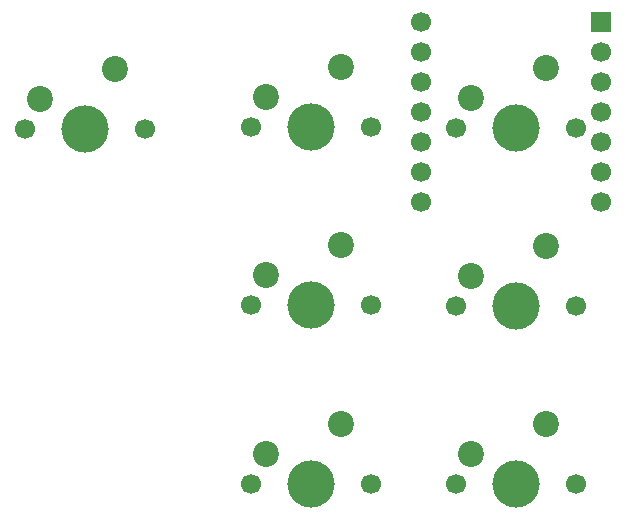
<source format=gbr>
%TF.GenerationSoftware,KiCad,Pcbnew,8.0.5*%
%TF.CreationDate,2024-10-19T20:03:01-04:00*%
%TF.ProjectId,Hackclub,4861636b-636c-4756-922e-6b696361645f,rev?*%
%TF.SameCoordinates,Original*%
%TF.FileFunction,Soldermask,Bot*%
%TF.FilePolarity,Negative*%
%FSLAX46Y46*%
G04 Gerber Fmt 4.6, Leading zero omitted, Abs format (unit mm)*
G04 Created by KiCad (PCBNEW 8.0.5) date 2024-10-19 20:03:01*
%MOMM*%
%LPD*%
G01*
G04 APERTURE LIST*
%ADD10C,1.700000*%
%ADD11C,4.000000*%
%ADD12C,2.200000*%
%ADD13R,1.700000X1.700000*%
G04 APERTURE END LIST*
D10*
%TO.C,SW7*%
X108380000Y-94080000D03*
D11*
X113460000Y-94080000D03*
D10*
X118540000Y-94080000D03*
D12*
X116000000Y-89000000D03*
X109650000Y-91540000D03*
%TD*%
D10*
%TO.C,SW6*%
X108380000Y-78990000D03*
D11*
X113460000Y-78990000D03*
D10*
X118540000Y-78990000D03*
D12*
X116000000Y-73910000D03*
X109650000Y-76450000D03*
%TD*%
D10*
%TO.C,SW5*%
X108380000Y-63900000D03*
D11*
X113460000Y-63900000D03*
D10*
X118540000Y-63900000D03*
D12*
X116000000Y-58820000D03*
X109650000Y-61360000D03*
%TD*%
D10*
%TO.C,SW4*%
X89230000Y-64040000D03*
D11*
X94310000Y-64040000D03*
D10*
X99390000Y-64040000D03*
D12*
X96850000Y-58960000D03*
X90500000Y-61500000D03*
%TD*%
D10*
%TO.C,SW1*%
X125746000Y-63937470D03*
D11*
X130826000Y-63937470D03*
D10*
X135906000Y-63937470D03*
D12*
X133366000Y-58857470D03*
X127016000Y-61397470D03*
%TD*%
D10*
%TO.C,SW3*%
X125746000Y-94117470D03*
D11*
X130826000Y-94117470D03*
D10*
X135906000Y-94117470D03*
D12*
X133366000Y-89037470D03*
X127016000Y-91577470D03*
%TD*%
D10*
%TO.C,SW2*%
X125746000Y-79027470D03*
D11*
X130826000Y-79027470D03*
D10*
X135906000Y-79027470D03*
D12*
X133366000Y-73947470D03*
X127016000Y-76487470D03*
%TD*%
D10*
%TO.C,U1*%
X122750000Y-55000000D03*
X122750000Y-57540000D03*
X122750000Y-60080000D03*
X122750000Y-62620000D03*
X122750000Y-65160000D03*
X122750000Y-67700000D03*
X122750000Y-70240000D03*
X138000000Y-70240000D03*
X138000000Y-67700000D03*
X138000000Y-65160000D03*
X138000000Y-62620000D03*
X138000000Y-60080000D03*
X138000000Y-57540000D03*
D13*
X138000000Y-55000000D03*
%TD*%
M02*

</source>
